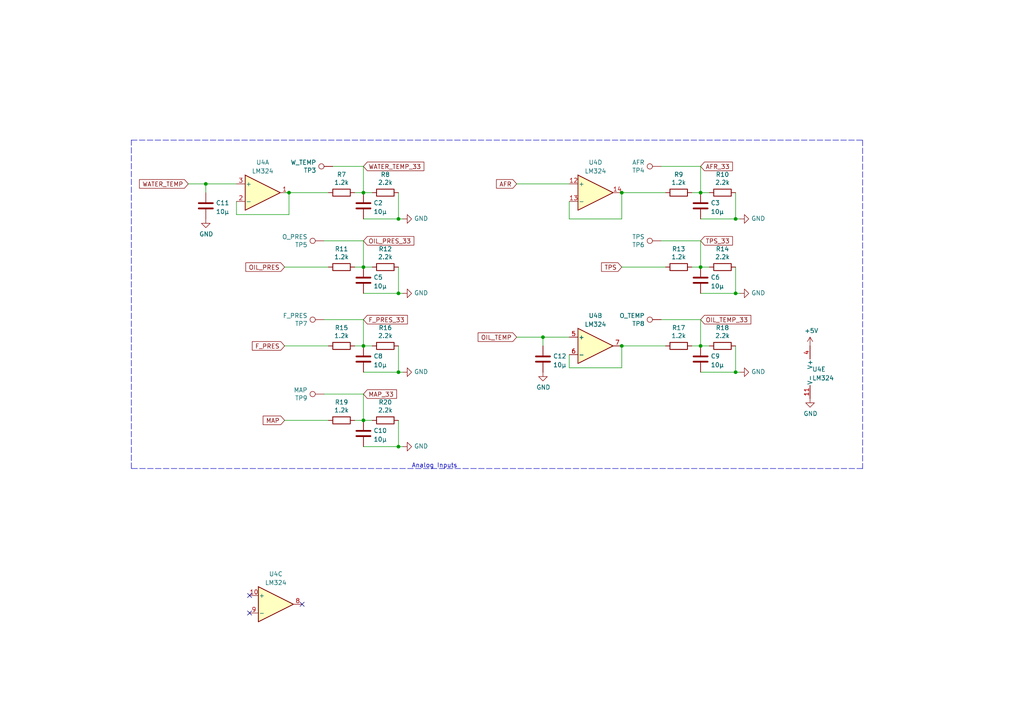
<source format=kicad_sch>
(kicad_sch (version 20211123) (generator eeschema)
  (paper "A4")
  (title_block (title "Analog inputs") (company "Sonix Lab"))
  (lib_symbols
    (symbol "Amplifier_Operational:LM324" (pin_names (offset 0.127))
      (property "Reference" "U" (at 0 5.08 0))
      (property "Value" "LM324" (at 0 -5.08 0))
      (symbol "LM324_1_1"
        (polyline (pts (xy -5.08 5.08) (xy 5.08 0) (xy -5.08 -5.08) (xy -5.08 5.08)) (stroke (width 0.254)) (fill (type background)))
        (pin output line (at 7.62 0 180) (length 2.54) (name "~") (number "1"))
        (pin input line (at -7.62 -2.54 0) (length 2.54) (name "-") (number "2"))
        (pin input line (at -7.62 2.54 0) (length 2.54) (name "+") (number "3"))
      )
      (symbol "LM324_2_1"
        (polyline (pts (xy -5.08 5.08) (xy 5.08 0) (xy -5.08 -5.08) (xy -5.08 5.08)) (stroke (width 0.254)) (fill (type background)))
        (pin input line (at -7.62 2.54 0) (length 2.54) (name "+") (number "5"))
        (pin input line (at -7.62 -2.54 0) (length 2.54) (name "-") (number "6"))
        (pin output line (at 7.62 0 180) (length 2.54) (name "~") (number "7"))
      )
      (symbol "LM324_3_1"
        (polyline (pts (xy -5.08 5.08) (xy 5.08 0) (xy -5.08 -5.08) (xy -5.08 5.08)) (stroke (width 0.254)) (fill (type background)))
        (pin input line (at -7.62 2.54 0) (length 2.54) (name "+") (number "10"))
        (pin output line (at 7.62 0 180) (length 2.54) (name "~") (number "8"))
        (pin input line (at -7.62 -2.54 0) (length 2.54) (name "-") (number "9"))
      )
      (symbol "LM324_4_1"
        (polyline (pts (xy -5.08 5.08) (xy 5.08 0) (xy -5.08 -5.08) (xy -5.08 5.08)) (stroke (width 0.254)) (fill (type background)))
        (pin input line (at -7.62 2.54 0) (length 2.54) (name "+") (number "12"))
        (pin input line (at -7.62 -2.54 0) (length 2.54) (name "-") (number "13"))
        (pin output line (at 7.62 0 180) (length 2.54) (name "~") (number "14"))
      )
      (symbol "LM324_5_1"
        (pin power_in line (at -2.54 -7.62 90) (length 3.81) (name "V-") (number "11"))
        (pin power_in line (at -2.54 7.62 270) (length 3.81) (name "V+") (number "4"))
      )
    )
    (symbol "Connector:TestPoint" (pin_numbers hide) (pin_names (offset 0.762) hide)
      (property "Reference" "TP" (at 0 6.858 0))
      (property "Value" "TestPoint" (at 0 5.08 0))
      (symbol "TestPoint_0_1"
        (circle (center 0 3.302) (radius 0.762))
      )
      (symbol "TestPoint_1_1"
        (pin passive line (at 0 0 90) (length 2.54) (name "1") (number "1"))
      )
    )
    (symbol "Device:C" (pin_numbers hide) (pin_names (offset 0.254))
      (property "Reference" "C" (at 0.635 2.54 0))
      (property "Value" "C" (at 0.635 -2.54 0))
      (symbol "C_0_1"
        (polyline (pts (xy -2.032 -0.762) (xy 2.032 -0.762)) (stroke (width 0.508)))
        (polyline (pts (xy -2.032 0.762) (xy 2.032 0.762)) (stroke (width 0.508)))
      )
      (symbol "C_1_1"
        (pin passive line (at 0 3.81 270) (length 2.794) (name "~") (number "1"))
        (pin passive line (at 0 -3.81 90) (length 2.794) (name "~") (number "2"))
      )
    )
    (symbol "Device:R" (pin_numbers hide) (pin_names (offset 0))
      (property "Reference" "R" (at 2.032 0 90))
      (property "Value" "R" (at 0 0 90))
      (symbol "R_0_1"
        (rectangle (start -1.016 -2.54) (end 1.016 2.54) (stroke (width 0.254)))
      )
      (symbol "R_1_1"
        (pin passive line (at 0 3.81 270) (length 1.27) (name "~") (number "1"))
        (pin passive line (at 0 -3.81 90) (length 1.27) (name "~") (number "2"))
      )
    )
    (symbol "power:+5V" (power) (pin_names (offset 0))
      (property "Value" "+5V" (at 0 3.556 0))
      (symbol "+5V_0_1"
        (polyline (pts (xy -0.762 1.27) (xy 0 2.54)))
        (polyline (pts (xy 0 0) (xy 0 2.54)))
        (polyline (pts (xy 0 2.54) (xy 0.762 1.27)))
      )
      (symbol "+5V_1_1"
        (pin power_in line (at 0 0 90) (length 0) hide (name "+5V") (number "1"))
      )
    )
    (symbol "power:GND" (power) (pin_names (offset 0))
      (property "Value" "GND" (at 0 -3.81 0))
      (symbol "GND_0_1"
        (polyline (pts (xy 0 0) (xy 0 -1.27) (xy 1.27 -1.27) (xy 0 -2.54) (xy -1.27 -1.27) (xy 0 -1.27)))
      )
      (symbol "GND_1_1"
        (pin power_in line (at 0 0 270) (length 0) hide (name "GND") (number "1"))
      )
    )
  )
  (junction (at 213.36 63.5))
  (junction (at 213.36 85.09))
  (junction (at 59.69 53.34))
  (junction (at 115.57 129.54))
  (junction (at 180.34 55.88))
  (junction (at 105.41 121.92))
  (junction (at 83.82 55.88))
  (junction (at 105.41 77.47))
  (junction (at 115.57 107.95))
  (junction (at 203.2 100.33))
  (junction (at 180.34 100.33))
  (junction (at 157.48 97.79))
  (junction (at 203.2 77.47))
  (junction (at 213.36 107.95))
  (junction (at 203.2 55.88))
  (junction (at 115.57 63.5))
  (junction (at 105.41 100.33))
  (junction (at 105.41 55.88))
  (junction (at 115.57 85.09))
  (no_connect (at 72.39 177.8))
  (no_connect (at 87.63 175.26))
  (no_connect (at 72.39 172.72))
  (wire (pts (xy 180.34 77.47) (xy 193.04 77.47)))
  (wire (pts (xy 200.66 77.47) (xy 203.2 77.47)))
  (wire (pts (xy 213.36 63.5) (xy 214.63 63.5)))
  (wire (pts (xy 54.61 53.34) (xy 59.69 53.34)))
  (wire (pts (xy 115.57 129.54) (xy 116.84 129.54)))
  (wire (pts (xy 213.36 100.33) (xy 213.36 107.95)))
  (wire (pts (xy 105.41 129.54) (xy 115.57 129.54)))
  (wire (pts (xy 102.87 55.88) (xy 105.41 55.88)))
  (wire (pts (xy 105.41 100.33) (xy 105.41 92.71)))
  (wire (pts (xy 115.57 63.5) (xy 116.84 63.5)))
  (polyline (pts (xy 38.1 135.89) (xy 38.1 40.64)))
  (wire (pts (xy 102.87 77.47) (xy 105.41 77.47)))
  (wire (pts (xy 203.2 85.09) (xy 213.36 85.09)))
  (wire (pts (xy 180.34 63.5) (xy 165.1 63.5)))
  (wire (pts (xy 68.58 58.42) (xy 68.58 62.23)))
  (wire (pts (xy 82.55 121.92) (xy 95.25 121.92)))
  (wire (pts (xy 191.77 69.85) (xy 203.2 69.85)))
  (wire (pts (xy 68.58 62.23) (xy 83.82 62.23)))
  (wire (pts (xy 213.36 85.09) (xy 214.63 85.09)))
  (wire (pts (xy 83.82 55.88) (xy 83.82 62.23)))
  (wire (pts (xy 102.87 121.92) (xy 105.41 121.92)))
  (wire (pts (xy 115.57 107.95) (xy 116.84 107.95)))
  (wire (pts (xy 93.98 69.85) (xy 105.41 69.85)))
  (wire (pts (xy 115.57 100.33) (xy 115.57 107.95)))
  (wire (pts (xy 200.66 100.33) (xy 203.2 100.33)))
  (wire (pts (xy 200.66 55.88) (xy 203.2 55.88)))
  (wire (pts (xy 102.87 100.33) (xy 105.41 100.33)))
  (wire (pts (xy 203.2 55.88) (xy 203.2 48.26)))
  (wire (pts (xy 165.1 58.42) (xy 165.1 63.5)))
  (wire (pts (xy 107.95 55.88) (xy 105.41 55.88)))
  (wire (pts (xy 105.41 85.09) (xy 115.57 85.09)))
  (wire (pts (xy 115.57 55.88) (xy 115.57 63.5)))
  (wire (pts (xy 107.95 100.33) (xy 105.41 100.33)))
  (wire (pts (xy 82.55 100.33) (xy 95.25 100.33)))
  (wire (pts (xy 203.2 63.5) (xy 213.36 63.5)))
  (wire (pts (xy 59.69 53.34) (xy 59.69 55.88)))
  (wire (pts (xy 205.74 100.33) (xy 203.2 100.33)))
  (wire (pts (xy 96.52 48.26) (xy 105.41 48.26)))
  (wire (pts (xy 205.74 77.47) (xy 203.2 77.47)))
  (wire (pts (xy 149.86 97.79) (xy 157.48 97.79)))
  (wire (pts (xy 191.77 48.26) (xy 203.2 48.26)))
  (wire (pts (xy 203.2 107.95) (xy 213.36 107.95)))
  (wire (pts (xy 59.69 53.34) (xy 68.58 53.34)))
  (wire (pts (xy 115.57 121.92) (xy 115.57 129.54)))
  (wire (pts (xy 93.98 114.3) (xy 105.41 114.3)))
  (wire (pts (xy 213.36 107.95) (xy 214.63 107.95)))
  (wire (pts (xy 165.1 106.68) (xy 180.34 106.68)))
  (wire (pts (xy 149.86 53.34) (xy 165.1 53.34)))
  (wire (pts (xy 107.95 77.47) (xy 105.41 77.47)))
  (wire (pts (xy 82.55 55.88) (xy 83.82 55.88)))
  (wire (pts (xy 115.57 85.09) (xy 116.84 85.09)))
  (wire (pts (xy 105.41 55.88) (xy 105.41 48.26)))
  (polyline (pts (xy 250.19 135.89) (xy 38.1 135.89)))
  (wire (pts (xy 205.74 55.88) (xy 203.2 55.88)))
  (wire (pts (xy 203.2 77.47) (xy 203.2 69.85)))
  (wire (pts (xy 105.41 121.92) (xy 105.41 114.3)))
  (polyline (pts (xy 38.1 40.64) (xy 250.19 40.64)))
  (wire (pts (xy 213.36 77.47) (xy 213.36 85.09)))
  (wire (pts (xy 213.36 55.88) (xy 213.36 63.5)))
  (polyline (pts (xy 250.19 40.64) (xy 250.19 135.89)))
  (wire (pts (xy 180.34 106.68) (xy 180.34 100.33)))
  (wire (pts (xy 107.95 121.92) (xy 105.41 121.92)))
  (wire (pts (xy 105.41 77.47) (xy 105.41 69.85)))
  (wire (pts (xy 165.1 102.87) (xy 165.1 106.68)))
  (wire (pts (xy 105.41 63.5) (xy 115.57 63.5)))
  (wire (pts (xy 191.77 92.71) (xy 203.2 92.71)))
  (wire (pts (xy 83.82 55.88) (xy 95.25 55.88)))
  (wire (pts (xy 93.98 92.71) (xy 105.41 92.71)))
  (wire (pts (xy 203.2 100.33) (xy 203.2 92.71)))
  (wire (pts (xy 180.34 100.33) (xy 193.04 100.33)))
  (wire (pts (xy 82.55 77.47) (xy 95.25 77.47)))
  (wire (pts (xy 105.41 107.95) (xy 115.57 107.95)))
  (wire (pts (xy 180.34 55.88) (xy 193.04 55.88)))
  (wire (pts (xy 157.48 97.79) (xy 165.1 97.79)))
  (wire (pts (xy 180.34 55.88) (xy 180.34 63.5)))
  (wire (pts (xy 157.48 97.79) (xy 157.48 100.33)))
  (wire (pts (xy 115.57 77.47) (xy 115.57 85.09)))
  (text "Analog Inputs" (at 119.38 135.89 0) (effects (font (size 1.27 1.27)) (justify left bottom)))
  (global_label "MAP" (shape input) (at 82.55 121.92 180) (property "Intersheet References" "${INTERSHEET_REFS}" (effects hide)))
  (global_label "F_PRES" (shape input) (at 82.55 100.33 180) (property "Intersheet References" "${INTERSHEET_REFS}" (effects hide)))
  (global_label "OIL_PRES" (shape input) (at 82.55 77.47 180) (property "Intersheet References" "${INTERSHEET_REFS}" (effects hide)))
  (global_label "TPS" (shape input) (at 180.34 77.47 180) (property "Intersheet References" "${INTERSHEET_REFS}" (effects hide)))
  (global_label "OIL_TEMP" (shape input) (at 149.86 97.79 180) (property "Intersheet References" "${INTERSHEET_REFS}" (effects hide)))
  (global_label "WATER_TEMP_33" (shape input) (at 105.41 48.26 0) (property "Intersheet References" "${INTERSHEET_REFS}" (effects hide)))
  (global_label "OIL_TEMP_33" (shape input) (at 203.2 92.71 0) (property "Intersheet References" "${INTERSHEET_REFS}" (effects hide)))
  (global_label "F_PRES_33" (shape input) (at 105.41 92.71 0) (property "Intersheet References" "${INTERSHEET_REFS}" (effects hide)))
  (global_label "OIL_PRES_33" (shape input) (at 105.41 69.85 0) (property "Intersheet References" "${INTERSHEET_REFS}" (effects hide)))
  (global_label "WATER_TEMP" (shape input) (at 54.61 53.34 180) (property "Intersheet References" "${INTERSHEET_REFS}" (effects hide)))
  (global_label "TPS_33" (shape input) (at 203.2 69.85 0) (property "Intersheet References" "${INTERSHEET_REFS}" (effects hide)))
  (global_label "AFR_33" (shape input) (at 203.2 48.26 0) (property "Intersheet References" "${INTERSHEET_REFS}" (effects hide)))
  (global_label "MAP_33" (shape input) (at 105.41 114.3 0) (property "Intersheet References" "${INTERSHEET_REFS}" (effects hide)))
  (global_label "AFR" (shape input) (at 149.86 53.34 180) (property "Intersheet References" "${INTERSHEET_REFS}" (effects hide)))
  (symbol (lib_id "Device:R") (at 111.76 100.33 90) (unit 1)
    (property "Reference" "R16" (at 111.76 95.0722 90))
    (property "Value" "2.2k" (at 111.76 97.3836 90))
    (property "Footprint" "Resistor_SMD:R_1206_3216Metric_Pad1.30x1.75mm_HandSolder" (effects hide))
  )
  (symbol (lib_id "Amplifier_Operational:LM324") (at 172.72 55.88 0) (unit 4)
    (property "Reference" "U4" (at 172.72 47.1002 0))
    (property "Value" "LM324" (at 172.72 49.6371 0))
    (property "Datasheet" "http://www.ti.com/lit/ds/symlink/lm2902-n.pdf" (effects hide))
  )
  (symbol (lib_id "Device:C") (at 105.41 125.73 0) (unit 1)
    (property "Reference" "C10" (at 108.331 124.8953 0) (effects (justify left)))
    (property "Value" "10µ" (at 108.331 127.4322 0) (effects (justify left)))
    (property "Footprint" "Capacitor_SMD:C_0603_1608Metric_Pad1.08x0.95mm_HandSolder" (effects hide))
  )
  (symbol (lib_id "Device:C") (at 105.41 59.69 0) (unit 1)
    (property "Reference" "C2" (at 108.331 58.8553 0) (effects (justify left)))
    (property "Value" "10µ" (at 108.331 61.3922 0) (effects (justify left)))
    (property "Footprint" "Capacitor_SMD:C_0603_1608Metric_Pad1.08x0.95mm_HandSolder" (effects hide))
  )
  (symbol (lib_id "Device:R") (at 111.76 55.88 90) (unit 1)
    (property "Reference" "R8" (at 111.76 50.6222 90))
    (property "Value" "2.2k" (at 111.76 52.9336 90))
    (property "Footprint" "Resistor_SMD:R_1206_3216Metric_Pad1.30x1.75mm_HandSolder" (effects hide))
  )
  (symbol (lib_id "Amplifier_Operational:LM324") (at 80.01 175.26 0) (unit 3)
    (property "Reference" "U4" (at 80.01 166.4802 0))
    (property "Value" "LM324" (at 80.01 169.0171 0))
    (property "Datasheet" "http://www.ti.com/lit/ds/symlink/lm2902-n.pdf" (effects hide))
  )
  (symbol (lib_id "power:GND") (at 214.63 63.5 90) (unit 1)
    (property "Reference" "#PWR06" (effects hide))
    (property "Value" "GND" (at 217.8812 63.373 90) (effects (justify right)))
  )
  (symbol (lib_id "Device:C") (at 105.41 81.28 0) (unit 1)
    (property "Reference" "C5" (at 108.331 80.4453 0) (effects (justify left)))
    (property "Value" "10µ" (at 108.331 82.9822 0) (effects (justify left)))
    (property "Footprint" "Capacitor_SMD:C_0603_1608Metric_Pad1.08x0.95mm_HandSolder" (effects hide))
  )
  (symbol (lib_id "Device:R") (at 99.06 55.88 90) (unit 1)
    (property "Reference" "R7" (at 99.06 50.6222 90))
    (property "Value" "1.2k" (at 99.06 52.9336 90))
    (property "Footprint" "Resistor_SMD:R_1206_3216Metric_Pad1.30x1.75mm_HandSolder" (effects hide))
  )
  (symbol (lib_id "Device:R") (at 196.85 77.47 90) (unit 1)
    (property "Reference" "R13" (at 196.85 72.2122 90))
    (property "Value" "1.2k" (at 196.85 74.5236 90))
    (property "Footprint" "Resistor_SMD:R_1206_3216Metric_Pad1.30x1.75mm_HandSolder" (effects hide))
  )
  (symbol (lib_id "Device:R") (at 111.76 77.47 90) (unit 1)
    (property "Reference" "R12" (at 111.76 72.2122 90))
    (property "Value" "2.2k" (at 111.76 74.5236 90))
    (property "Footprint" "Resistor_SMD:R_1206_3216Metric_Pad1.30x1.75mm_HandSolder" (effects hide))
  )
  (symbol (lib_id "Device:R") (at 196.85 100.33 90) (unit 1)
    (property "Reference" "R17" (at 196.85 95.0722 90))
    (property "Value" "1.2k" (at 196.85 97.3836 90))
    (property "Footprint" "Resistor_SMD:R_1206_3216Metric_Pad1.30x1.75mm_HandSolder" (effects hide))
  )
  (symbol (lib_id "power:GND") (at 214.63 107.95 90) (unit 1)
    (property "Reference" "#PWR011" (effects hide))
    (property "Value" "GND" (at 217.8812 107.823 90) (effects (justify right)))
  )
  (symbol (lib_id "Connector:TestPoint") (at 93.98 92.71 90) (unit 1)
    (property "Reference" "TP7" (at 89.2048 93.8784 90) (effects (justify left)))
    (property "Value" "F_PRES" (at 89.2048 91.567 90) (effects (justify left)))
    (property "Footprint" "Measurement_Points:Measurement_Point_Round-SMD-Pad_Big" (effects hide))
  )
  (symbol (lib_id "Connector:TestPoint") (at 96.52 48.26 90) (unit 1)
    (property "Reference" "TP3" (at 91.7448 49.4284 90) (effects (justify left)))
    (property "Value" "W_TEMP" (at 91.7448 47.117 90) (effects (justify left)))
    (property "Footprint" "Measurement_Points:Measurement_Point_Round-SMD-Pad_Big" (effects hide))
  )
  (symbol (lib_id "Device:C") (at 105.41 104.14 0) (unit 1)
    (property "Reference" "C8" (at 108.331 103.3053 0) (effects (justify left)))
    (property "Value" "10µ" (at 108.331 105.8422 0) (effects (justify left)))
    (property "Footprint" "Capacitor_SMD:C_0603_1608Metric_Pad1.08x0.95mm_HandSolder" (effects hide))
  )
  (symbol (lib_id "Device:R") (at 209.55 77.47 90) (unit 1)
    (property "Reference" "R14" (at 209.55 72.2122 90))
    (property "Value" "2.2k" (at 209.55 74.5236 90))
    (property "Footprint" "Resistor_SMD:R_1206_3216Metric_Pad1.30x1.75mm_HandSolder" (effects hide))
  )
  (symbol (lib_id "power:GND") (at 157.48 107.95 0) (unit 1)
    (property "Reference" "#PWR016" (effects hide))
    (property "Value" "GND" (at 157.607 112.3442 0))
  )
  (symbol (lib_id "Device:C") (at 59.69 59.69 0) (unit 1)
    (property "Reference" "C11" (at 62.611 58.8553 0) (effects (justify left)))
    (property "Value" "10µ" (at 62.611 61.3922 0) (effects (justify left)))
    (property "Footprint" "Capacitor_SMD:C_0603_1608Metric_Pad1.08x0.95mm_HandSolder" (effects hide))
  )
  (symbol (lib_id "Device:R") (at 209.55 100.33 90) (unit 1)
    (property "Reference" "R18" (at 209.55 95.0722 90))
    (property "Value" "2.2k" (at 209.55 97.3836 90))
    (property "Footprint" "Resistor_SMD:R_1206_3216Metric_Pad1.30x1.75mm_HandSolder" (effects hide))
  )
  (symbol (lib_id "Device:R") (at 99.06 77.47 90) (unit 1)
    (property "Reference" "R11" (at 99.06 72.2122 90))
    (property "Value" "1.2k" (at 99.06 74.5236 90))
    (property "Footprint" "Resistor_SMD:R_1206_3216Metric_Pad1.30x1.75mm_HandSolder" (effects hide))
  )
  (symbol (lib_id "Connector:TestPoint") (at 93.98 114.3 90) (unit 1)
    (property "Reference" "TP9" (at 89.2048 115.4684 90) (effects (justify left)))
    (property "Value" "MAP" (at 89.2048 113.157 90) (effects (justify left)))
    (property "Footprint" "Measurement_Points:Measurement_Point_Round-SMD-Pad_Big" (effects hide))
  )
  (symbol (lib_id "Device:R") (at 99.06 121.92 90) (unit 1)
    (property "Reference" "R19" (at 99.06 116.6622 90))
    (property "Value" "1.2k" (at 99.06 118.9736 90))
    (property "Footprint" "Resistor_SMD:R_1206_3216Metric_Pad1.30x1.75mm_HandSolder" (effects hide))
  )
  (symbol (lib_id "power:GND") (at 234.95 115.57 0) (unit 1)
    (property "Reference" "#PWR013" (effects hide))
    (property "Value" "GND" (at 235.077 119.9642 0))
  )
  (symbol (lib_id "Connector:TestPoint") (at 191.77 69.85 90) (unit 1)
    (property "Reference" "TP6" (at 186.9948 71.0184 90) (effects (justify left)))
    (property "Value" "TPS" (at 186.9948 68.707 90) (effects (justify left)))
    (property "Footprint" "Measurement_Points:Measurement_Point_Round-SMD-Pad_Big" (effects hide))
  )
  (symbol (lib_id "Device:R") (at 111.76 121.92 90) (unit 1)
    (property "Reference" "R20" (at 111.76 116.6622 90))
    (property "Value" "2.2k" (at 111.76 118.9736 90))
    (property "Footprint" "Resistor_SMD:R_1206_3216Metric_Pad1.30x1.75mm_HandSolder" (effects hide))
  )
  (symbol (lib_id "power:GND") (at 214.63 85.09 90) (unit 1)
    (property "Reference" "#PWR08" (effects hide))
    (property "Value" "GND" (at 217.8812 84.963 90) (effects (justify right)))
  )
  (symbol (lib_id "Amplifier_Operational:LM324") (at 172.72 100.33 0) (unit 2)
    (property "Reference" "U4" (at 172.72 91.5502 0))
    (property "Value" "LM324" (at 172.72 94.0871 0))
    (property "Datasheet" "http://www.ti.com/lit/ds/symlink/lm2902-n.pdf" (effects hide))
  )
  (symbol (lib_id "Amplifier_Operational:LM324") (at 237.49 107.95 0) (unit 5)
    (property "Reference" "U4" (at 235.585 107.1153 0) (effects (justify left)))
    (property "Value" "LM324" (at 235.585 109.6522 0) (effects (justify left)))
    (property "Datasheet" "http://www.ti.com/lit/ds/symlink/lm2902-n.pdf" (effects hide))
  )
  (symbol (lib_id "Device:R") (at 99.06 100.33 90) (unit 1)
    (property "Reference" "R15" (at 99.06 95.0722 90))
    (property "Value" "1.2k" (at 99.06 97.3836 90))
    (property "Footprint" "Resistor_SMD:R_1206_3216Metric_Pad1.30x1.75mm_HandSolder" (effects hide))
  )
  (symbol (lib_id "Amplifier_Operational:LM324") (at 76.2 55.88 0) (unit 1)
    (property "Reference" "U4" (at 76.2 47.1002 0))
    (property "Value" "LM324" (at 76.2 49.6371 0))
    (property "Footprint" "Package_SO:SO-14_3.9x8.65mm_P1.27mm" (effects hide))
    (property "Datasheet" "http://www.ti.com/lit/ds/symlink/lm2902-n.pdf" (effects hide))
  )
  (symbol (lib_id "Device:C") (at 203.2 59.69 0) (unit 1)
    (property "Reference" "C3" (at 206.121 58.8553 0) (effects (justify left)))
    (property "Value" "10µ" (at 206.121 61.3922 0) (effects (justify left)))
    (property "Footprint" "Capacitor_SMD:C_0603_1608Metric_Pad1.08x0.95mm_HandSolder" (effects hide))
  )
  (symbol (lib_id "power:+5V") (at 234.95 100.33 0) (unit 1)
    (property "Reference" "#PWR09" (effects hide))
    (property "Value" "+5V" (at 235.331 95.9358 0))
  )
  (symbol (lib_id "Connector:TestPoint") (at 191.77 92.71 90) (unit 1)
    (property "Reference" "TP8" (at 186.9948 93.8784 90) (effects (justify left)))
    (property "Value" "O_TEMP" (at 186.9948 91.567 90) (effects (justify left)))
    (property "Footprint" "Measurement_Points:Measurement_Point_Round-SMD-Pad_Big" (effects hide))
  )
  (symbol (lib_id "Device:C") (at 157.48 104.14 0) (unit 1)
    (property "Reference" "C12" (at 160.401 103.3053 0) (effects (justify left)))
    (property "Value" "10µ" (at 160.401 105.8422 0) (effects (justify left)))
    (property "Footprint" "Capacitor_SMD:C_0603_1608Metric_Pad1.08x0.95mm_HandSolder" (effects hide))
  )
  (symbol (lib_id "Device:C") (at 203.2 81.28 0) (unit 1)
    (property "Reference" "C6" (at 206.121 80.4453 0) (effects (justify left)))
    (property "Value" "10µ" (at 206.121 82.9822 0) (effects (justify left)))
    (property "Footprint" "Capacitor_SMD:C_0603_1608Metric_Pad1.08x0.95mm_HandSolder" (effects hide))
  )
  (symbol (lib_id "power:GND") (at 59.69 63.5 0) (unit 1)
    (property "Reference" "#PWR015" (effects hide))
    (property "Value" "GND" (at 59.817 67.8942 0))
  )
  (symbol (lib_id "power:GND") (at 116.84 85.09 90) (unit 1)
    (property "Reference" "#PWR07" (effects hide))
    (property "Value" "GND" (at 120.0912 84.963 90) (effects (justify right)))
  )
  (symbol (lib_id "Device:R") (at 196.85 55.88 90) (unit 1)
    (property "Reference" "R9" (at 196.85 50.6222 90))
    (property "Value" "1.2k" (at 196.85 52.9336 90))
    (property "Footprint" "Resistor_SMD:R_1206_3216Metric_Pad1.30x1.75mm_HandSolder" (effects hide))
  )
  (symbol (lib_id "Connector:TestPoint") (at 191.77 48.26 90) (unit 1)
    (property "Reference" "TP4" (at 186.9948 49.4284 90) (effects (justify left)))
    (property "Value" "AFR" (at 186.9948 47.117 90) (effects (justify left)))
    (property "Footprint" "Measurement_Points:Measurement_Point_Round-SMD-Pad_Big" (effects hide))
  )
  (symbol (lib_id "power:GND") (at 116.84 63.5 90) (unit 1)
    (property "Reference" "#PWR05" (effects hide))
    (property "Value" "GND" (at 120.0912 63.373 90) (effects (justify right)))
  )
  (symbol (lib_id "power:GND") (at 116.84 129.54 90) (unit 1)
    (property "Reference" "#PWR014" (effects hide))
    (property "Value" "GND" (at 120.0912 129.413 90) (effects (justify right)))
  )
  (symbol (lib_id "power:GND") (at 116.84 107.95 90) (unit 1)
    (property "Reference" "#PWR010" (effects hide))
    (property "Value" "GND" (at 120.0912 107.823 90) (effects (justify right)))
  )
  (symbol (lib_id "Device:R") (at 209.55 55.88 90) (unit 1)
    (property "Reference" "R10" (at 209.55 50.6222 90))
    (property "Value" "2.2k" (at 209.55 52.9336 90))
    (property "Footprint" "Resistor_SMD:R_1206_3216Metric_Pad1.30x1.75mm_HandSolder" (effects hide))
  )
  (symbol (lib_id "Device:C") (at 203.2 104.14 0) (unit 1)
    (property "Reference" "C9" (at 206.121 103.3053 0) (effects (justify left)))
    (property "Value" "10µ" (at 206.121 105.8422 0) (effects (justify left)))
    (property "Footprint" "Capacitor_SMD:C_0603_1608Metric_Pad1.08x0.95mm_HandSolder" (effects hide))
  )
  (symbol (lib_id "Connector:TestPoint") (at 93.98 69.85 90) (unit 1)
    (property "Reference" "TP5" (at 89.2048 71.0184 90) (effects (justify left)))
    (property "Value" "O_PRES" (at 89.2048 68.707 90) (effects (justify left)))
    (property "Footprint" "Measurement_Points:Measurement_Point_Round-SMD-Pad_Big" (effects hide))
  )
)
</source>
